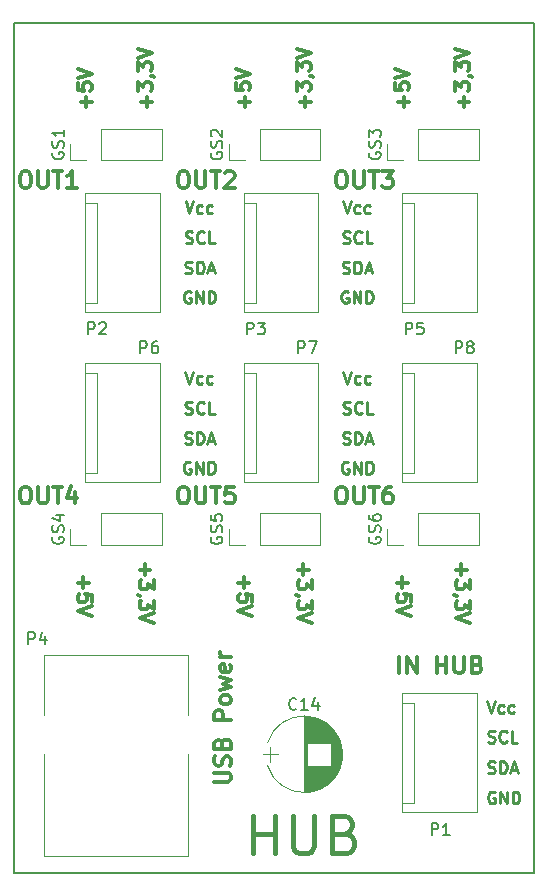
<source format=gbr>
G04 #@! TF.FileFunction,Legend,Top*
%FSLAX45Y45*%
G04 Gerber Fmt 4.5, Leading zero omitted, Abs format (unit mm)*
G04 Created by KiCad (PCBNEW 4.0.6) date 08/29/18 06:28:06*
%MOMM*%
%LPD*%
G01*
G04 APERTURE LIST*
%ADD10C,0.100000*%
%ADD11C,0.400000*%
%ADD12C,0.200000*%
%ADD13C,0.300000*%
%ADD14C,0.250000*%
%ADD15C,0.120000*%
%ADD16C,0.150000*%
G04 APERTURE END LIST*
D10*
D11*
X14778952Y-11925762D02*
X14778952Y-11605762D01*
X14778952Y-11758143D02*
X14961809Y-11758143D01*
X14961809Y-11925762D02*
X14961809Y-11605762D01*
X15114190Y-11605762D02*
X15114190Y-11864809D01*
X15129429Y-11895286D01*
X15144667Y-11910524D01*
X15175143Y-11925762D01*
X15236095Y-11925762D01*
X15266571Y-11910524D01*
X15281809Y-11895286D01*
X15297048Y-11864809D01*
X15297048Y-11605762D01*
X15556095Y-11758143D02*
X15601809Y-11773381D01*
X15617048Y-11788619D01*
X15632286Y-11819095D01*
X15632286Y-11864809D01*
X15617048Y-11895286D01*
X15601809Y-11910524D01*
X15571333Y-11925762D01*
X15449429Y-11925762D01*
X15449429Y-11605762D01*
X15556095Y-11605762D01*
X15586571Y-11621000D01*
X15601809Y-11636238D01*
X15617048Y-11666714D01*
X15617048Y-11697190D01*
X15601809Y-11727667D01*
X15586571Y-11742905D01*
X15556095Y-11758143D01*
X15449429Y-11758143D01*
D12*
X17160000Y-4892000D02*
X12757000Y-4892000D01*
X17160000Y-12096000D02*
X17160000Y-4892000D01*
X12757000Y-12096000D02*
X17160000Y-12096000D01*
X12757000Y-4892000D02*
X12757000Y-12096000D01*
D13*
X14452333Y-11322000D02*
X14565667Y-11322000D01*
X14579000Y-11315333D01*
X14585667Y-11308667D01*
X14592333Y-11295333D01*
X14592333Y-11268667D01*
X14585667Y-11255333D01*
X14579000Y-11248667D01*
X14565667Y-11242000D01*
X14452333Y-11242000D01*
X14585667Y-11182000D02*
X14592333Y-11162000D01*
X14592333Y-11128667D01*
X14585667Y-11115333D01*
X14579000Y-11108667D01*
X14565667Y-11102000D01*
X14552333Y-11102000D01*
X14539000Y-11108667D01*
X14532333Y-11115333D01*
X14525667Y-11128667D01*
X14519000Y-11155333D01*
X14512333Y-11168667D01*
X14505667Y-11175333D01*
X14492333Y-11182000D01*
X14479000Y-11182000D01*
X14465667Y-11175333D01*
X14459000Y-11168667D01*
X14452333Y-11155333D01*
X14452333Y-11122000D01*
X14459000Y-11102000D01*
X14519000Y-10995333D02*
X14525667Y-10975333D01*
X14532333Y-10968667D01*
X14545667Y-10962000D01*
X14565667Y-10962000D01*
X14579000Y-10968667D01*
X14585667Y-10975333D01*
X14592333Y-10988667D01*
X14592333Y-11042000D01*
X14452333Y-11042000D01*
X14452333Y-10995333D01*
X14459000Y-10982000D01*
X14465667Y-10975333D01*
X14479000Y-10968667D01*
X14492333Y-10968667D01*
X14505667Y-10975333D01*
X14512333Y-10982000D01*
X14519000Y-10995333D01*
X14519000Y-11042000D01*
X14592333Y-10795333D02*
X14452333Y-10795333D01*
X14452333Y-10742000D01*
X14459000Y-10728667D01*
X14465667Y-10722000D01*
X14479000Y-10715333D01*
X14499000Y-10715333D01*
X14512333Y-10722000D01*
X14519000Y-10728667D01*
X14525667Y-10742000D01*
X14525667Y-10795333D01*
X14592333Y-10635333D02*
X14585667Y-10648667D01*
X14579000Y-10655333D01*
X14565667Y-10662000D01*
X14525667Y-10662000D01*
X14512333Y-10655333D01*
X14505667Y-10648667D01*
X14499000Y-10635333D01*
X14499000Y-10615333D01*
X14505667Y-10602000D01*
X14512333Y-10595333D01*
X14525667Y-10588667D01*
X14565667Y-10588667D01*
X14579000Y-10595333D01*
X14585667Y-10602000D01*
X14592333Y-10615333D01*
X14592333Y-10635333D01*
X14499000Y-10542000D02*
X14592333Y-10515333D01*
X14525667Y-10488667D01*
X14592333Y-10462000D01*
X14499000Y-10435333D01*
X14585667Y-10328667D02*
X14592333Y-10342000D01*
X14592333Y-10368667D01*
X14585667Y-10382000D01*
X14572333Y-10388667D01*
X14519000Y-10388667D01*
X14505667Y-10382000D01*
X14499000Y-10368667D01*
X14499000Y-10342000D01*
X14505667Y-10328667D01*
X14519000Y-10322000D01*
X14532333Y-10322000D01*
X14545667Y-10388667D01*
X14592333Y-10262000D02*
X14499000Y-10262000D01*
X14525667Y-10262000D02*
X14512333Y-10255333D01*
X14505667Y-10248667D01*
X14499000Y-10235333D01*
X14499000Y-10222000D01*
D14*
X16825191Y-11407000D02*
X16815667Y-11402238D01*
X16801381Y-11402238D01*
X16787095Y-11407000D01*
X16777571Y-11416524D01*
X16772809Y-11426048D01*
X16768048Y-11445095D01*
X16768048Y-11459381D01*
X16772809Y-11478429D01*
X16777571Y-11487952D01*
X16787095Y-11497476D01*
X16801381Y-11502238D01*
X16810905Y-11502238D01*
X16825191Y-11497476D01*
X16829952Y-11492714D01*
X16829952Y-11459381D01*
X16810905Y-11459381D01*
X16872810Y-11502238D02*
X16872810Y-11402238D01*
X16929952Y-11502238D01*
X16929952Y-11402238D01*
X16977571Y-11502238D02*
X16977571Y-11402238D01*
X17001381Y-11402238D01*
X17015667Y-11407000D01*
X17025191Y-11416524D01*
X17029952Y-11426048D01*
X17034714Y-11445095D01*
X17034714Y-11459381D01*
X17029952Y-11478429D01*
X17025191Y-11487952D01*
X17015667Y-11497476D01*
X17001381Y-11502238D01*
X16977571Y-11502238D01*
X16769048Y-11241476D02*
X16783333Y-11246238D01*
X16807143Y-11246238D01*
X16816667Y-11241476D01*
X16821429Y-11236714D01*
X16826191Y-11227190D01*
X16826191Y-11217667D01*
X16821429Y-11208143D01*
X16816667Y-11203381D01*
X16807143Y-11198619D01*
X16788095Y-11193857D01*
X16778571Y-11189095D01*
X16773809Y-11184333D01*
X16769048Y-11174810D01*
X16769048Y-11165286D01*
X16773809Y-11155762D01*
X16778571Y-11151000D01*
X16788095Y-11146238D01*
X16811905Y-11146238D01*
X16826191Y-11151000D01*
X16869048Y-11246238D02*
X16869048Y-11146238D01*
X16892857Y-11146238D01*
X16907143Y-11151000D01*
X16916667Y-11160524D01*
X16921429Y-11170048D01*
X16926191Y-11189095D01*
X16926191Y-11203381D01*
X16921429Y-11222429D01*
X16916667Y-11231952D01*
X16907143Y-11241476D01*
X16892857Y-11246238D01*
X16869048Y-11246238D01*
X16964286Y-11217667D02*
X17011905Y-11217667D01*
X16954762Y-11246238D02*
X16988095Y-11146238D01*
X17021429Y-11246238D01*
X16769048Y-10982476D02*
X16783333Y-10987238D01*
X16807143Y-10987238D01*
X16816667Y-10982476D01*
X16821429Y-10977714D01*
X16826191Y-10968191D01*
X16826191Y-10958667D01*
X16821429Y-10949143D01*
X16816667Y-10944381D01*
X16807143Y-10939619D01*
X16788095Y-10934857D01*
X16778571Y-10930095D01*
X16773809Y-10925333D01*
X16769048Y-10915810D01*
X16769048Y-10906286D01*
X16773809Y-10896762D01*
X16778571Y-10892000D01*
X16788095Y-10887238D01*
X16811905Y-10887238D01*
X16826191Y-10892000D01*
X16926191Y-10977714D02*
X16921429Y-10982476D01*
X16907143Y-10987238D01*
X16897619Y-10987238D01*
X16883333Y-10982476D01*
X16873810Y-10972952D01*
X16869048Y-10963429D01*
X16864286Y-10944381D01*
X16864286Y-10930095D01*
X16869048Y-10911048D01*
X16873810Y-10901524D01*
X16883333Y-10892000D01*
X16897619Y-10887238D01*
X16907143Y-10887238D01*
X16921429Y-10892000D01*
X16926191Y-10896762D01*
X17016667Y-10987238D02*
X16969048Y-10987238D01*
X16969048Y-10887238D01*
X16759524Y-10636238D02*
X16792857Y-10736238D01*
X16826191Y-10636238D01*
X16902381Y-10731476D02*
X16892857Y-10736238D01*
X16873810Y-10736238D01*
X16864286Y-10731476D01*
X16859524Y-10726714D01*
X16854762Y-10717191D01*
X16854762Y-10688619D01*
X16859524Y-10679095D01*
X16864286Y-10674333D01*
X16873810Y-10669571D01*
X16892857Y-10669571D01*
X16902381Y-10674333D01*
X16988095Y-10731476D02*
X16978572Y-10736238D01*
X16959524Y-10736238D01*
X16950000Y-10731476D01*
X16945238Y-10726714D01*
X16940476Y-10717191D01*
X16940476Y-10688619D01*
X16945238Y-10679095D01*
X16950000Y-10674333D01*
X16959524Y-10669571D01*
X16978572Y-10669571D01*
X16988095Y-10674333D01*
D13*
X16016667Y-10400333D02*
X16016667Y-10260333D01*
X16083333Y-10400333D02*
X16083333Y-10260333D01*
X16163333Y-10400333D01*
X16163333Y-10260333D01*
X16336667Y-10400333D02*
X16336667Y-10260333D01*
X16336667Y-10327000D02*
X16416667Y-10327000D01*
X16416667Y-10400333D02*
X16416667Y-10260333D01*
X16483333Y-10260333D02*
X16483333Y-10373667D01*
X16490000Y-10387000D01*
X16496667Y-10393667D01*
X16510000Y-10400333D01*
X16536667Y-10400333D01*
X16550000Y-10393667D01*
X16556667Y-10387000D01*
X16563333Y-10373667D01*
X16563333Y-10260333D01*
X16676667Y-10327000D02*
X16696667Y-10333667D01*
X16703333Y-10340333D01*
X16710000Y-10353667D01*
X16710000Y-10373667D01*
X16703333Y-10387000D01*
X16696667Y-10393667D01*
X16683333Y-10400333D01*
X16630000Y-10400333D01*
X16630000Y-10260333D01*
X16676667Y-10260333D01*
X16690000Y-10267000D01*
X16696667Y-10273667D01*
X16703333Y-10287000D01*
X16703333Y-10300333D01*
X16696667Y-10313667D01*
X16690000Y-10320333D01*
X16676667Y-10327000D01*
X16630000Y-10327000D01*
X14175667Y-8823333D02*
X14202333Y-8823333D01*
X14215667Y-8830000D01*
X14229000Y-8843333D01*
X14235667Y-8870000D01*
X14235667Y-8916667D01*
X14229000Y-8943333D01*
X14215667Y-8956667D01*
X14202333Y-8963333D01*
X14175667Y-8963333D01*
X14162333Y-8956667D01*
X14149000Y-8943333D01*
X14142333Y-8916667D01*
X14142333Y-8870000D01*
X14149000Y-8843333D01*
X14162333Y-8830000D01*
X14175667Y-8823333D01*
X14295667Y-8823333D02*
X14295667Y-8936667D01*
X14302333Y-8950000D01*
X14309000Y-8956667D01*
X14322333Y-8963333D01*
X14349000Y-8963333D01*
X14362333Y-8956667D01*
X14369000Y-8950000D01*
X14375667Y-8936667D01*
X14375667Y-8823333D01*
X14422333Y-8823333D02*
X14502333Y-8823333D01*
X14462333Y-8963333D02*
X14462333Y-8823333D01*
X14615667Y-8823333D02*
X14549000Y-8823333D01*
X14542333Y-8890000D01*
X14549000Y-8883333D01*
X14562333Y-8876667D01*
X14595667Y-8876667D01*
X14609000Y-8883333D01*
X14615667Y-8890000D01*
X14622333Y-8903333D01*
X14622333Y-8936667D01*
X14615667Y-8950000D01*
X14609000Y-8956667D01*
X14595667Y-8963333D01*
X14562333Y-8963333D01*
X14549000Y-8956667D01*
X14542333Y-8950000D01*
X12838667Y-8823333D02*
X12865333Y-8823333D01*
X12878667Y-8830000D01*
X12892000Y-8843333D01*
X12898667Y-8870000D01*
X12898667Y-8916667D01*
X12892000Y-8943333D01*
X12878667Y-8956667D01*
X12865333Y-8963333D01*
X12838667Y-8963333D01*
X12825333Y-8956667D01*
X12812000Y-8943333D01*
X12805333Y-8916667D01*
X12805333Y-8870000D01*
X12812000Y-8843333D01*
X12825333Y-8830000D01*
X12838667Y-8823333D01*
X12958667Y-8823333D02*
X12958667Y-8936667D01*
X12965333Y-8950000D01*
X12972000Y-8956667D01*
X12985333Y-8963333D01*
X13012000Y-8963333D01*
X13025333Y-8956667D01*
X13032000Y-8950000D01*
X13038667Y-8936667D01*
X13038667Y-8823333D01*
X13085333Y-8823333D02*
X13165333Y-8823333D01*
X13125333Y-8963333D02*
X13125333Y-8823333D01*
X13272000Y-8870000D02*
X13272000Y-8963333D01*
X13238667Y-8816667D02*
X13205333Y-8916667D01*
X13292000Y-8916667D01*
X15514667Y-8823333D02*
X15541333Y-8823333D01*
X15554667Y-8830000D01*
X15568000Y-8843333D01*
X15574667Y-8870000D01*
X15574667Y-8916667D01*
X15568000Y-8943333D01*
X15554667Y-8956667D01*
X15541333Y-8963333D01*
X15514667Y-8963333D01*
X15501333Y-8956667D01*
X15488000Y-8943333D01*
X15481333Y-8916667D01*
X15481333Y-8870000D01*
X15488000Y-8843333D01*
X15501333Y-8830000D01*
X15514667Y-8823333D01*
X15634667Y-8823333D02*
X15634667Y-8936667D01*
X15641333Y-8950000D01*
X15648000Y-8956667D01*
X15661333Y-8963333D01*
X15688000Y-8963333D01*
X15701333Y-8956667D01*
X15708000Y-8950000D01*
X15714667Y-8936667D01*
X15714667Y-8823333D01*
X15761333Y-8823333D02*
X15841333Y-8823333D01*
X15801333Y-8963333D02*
X15801333Y-8823333D01*
X15948000Y-8823333D02*
X15921333Y-8823333D01*
X15908000Y-8830000D01*
X15901333Y-8836667D01*
X15888000Y-8856667D01*
X15881333Y-8883333D01*
X15881333Y-8936667D01*
X15888000Y-8950000D01*
X15894667Y-8956667D01*
X15908000Y-8963333D01*
X15934667Y-8963333D01*
X15948000Y-8956667D01*
X15954667Y-8950000D01*
X15961333Y-8936667D01*
X15961333Y-8903333D01*
X15954667Y-8890000D01*
X15948000Y-8883333D01*
X15934667Y-8876667D01*
X15908000Y-8876667D01*
X15894667Y-8883333D01*
X15888000Y-8890000D01*
X15881333Y-8903333D01*
X15514667Y-6151333D02*
X15541333Y-6151333D01*
X15554667Y-6158000D01*
X15568000Y-6171333D01*
X15574667Y-6198000D01*
X15574667Y-6244667D01*
X15568000Y-6271333D01*
X15554667Y-6284667D01*
X15541333Y-6291333D01*
X15514667Y-6291333D01*
X15501333Y-6284667D01*
X15488000Y-6271333D01*
X15481333Y-6244667D01*
X15481333Y-6198000D01*
X15488000Y-6171333D01*
X15501333Y-6158000D01*
X15514667Y-6151333D01*
X15634667Y-6151333D02*
X15634667Y-6264667D01*
X15641333Y-6278000D01*
X15648000Y-6284667D01*
X15661333Y-6291333D01*
X15688000Y-6291333D01*
X15701333Y-6284667D01*
X15708000Y-6278000D01*
X15714667Y-6264667D01*
X15714667Y-6151333D01*
X15761333Y-6151333D02*
X15841333Y-6151333D01*
X15801333Y-6291333D02*
X15801333Y-6151333D01*
X15874667Y-6151333D02*
X15961333Y-6151333D01*
X15914667Y-6204667D01*
X15934667Y-6204667D01*
X15948000Y-6211333D01*
X15954667Y-6218000D01*
X15961333Y-6231333D01*
X15961333Y-6264667D01*
X15954667Y-6278000D01*
X15948000Y-6284667D01*
X15934667Y-6291333D01*
X15894667Y-6291333D01*
X15881333Y-6284667D01*
X15874667Y-6278000D01*
X12838667Y-6152333D02*
X12865333Y-6152333D01*
X12878667Y-6159000D01*
X12892000Y-6172333D01*
X12898667Y-6199000D01*
X12898667Y-6245667D01*
X12892000Y-6272333D01*
X12878667Y-6285667D01*
X12865333Y-6292333D01*
X12838667Y-6292333D01*
X12825333Y-6285667D01*
X12812000Y-6272333D01*
X12805333Y-6245667D01*
X12805333Y-6199000D01*
X12812000Y-6172333D01*
X12825333Y-6159000D01*
X12838667Y-6152333D01*
X12958667Y-6152333D02*
X12958667Y-6265667D01*
X12965333Y-6279000D01*
X12972000Y-6285667D01*
X12985333Y-6292333D01*
X13012000Y-6292333D01*
X13025333Y-6285667D01*
X13032000Y-6279000D01*
X13038667Y-6265667D01*
X13038667Y-6152333D01*
X13085333Y-6152333D02*
X13165333Y-6152333D01*
X13125333Y-6292333D02*
X13125333Y-6152333D01*
X13285333Y-6292333D02*
X13205333Y-6292333D01*
X13245333Y-6292333D02*
X13245333Y-6152333D01*
X13232000Y-6172333D01*
X13218667Y-6185667D01*
X13205333Y-6192333D01*
X14175667Y-6151333D02*
X14202333Y-6151333D01*
X14215667Y-6158000D01*
X14229000Y-6171333D01*
X14235667Y-6198000D01*
X14235667Y-6244667D01*
X14229000Y-6271333D01*
X14215667Y-6284667D01*
X14202333Y-6291333D01*
X14175667Y-6291333D01*
X14162333Y-6284667D01*
X14149000Y-6271333D01*
X14142333Y-6244667D01*
X14142333Y-6198000D01*
X14149000Y-6171333D01*
X14162333Y-6158000D01*
X14175667Y-6151333D01*
X14295667Y-6151333D02*
X14295667Y-6264667D01*
X14302333Y-6278000D01*
X14309000Y-6284667D01*
X14322333Y-6291333D01*
X14349000Y-6291333D01*
X14362333Y-6284667D01*
X14369000Y-6278000D01*
X14375667Y-6264667D01*
X14375667Y-6151333D01*
X14422333Y-6151333D02*
X14502333Y-6151333D01*
X14462333Y-6291333D02*
X14462333Y-6151333D01*
X14542333Y-6164667D02*
X14549000Y-6158000D01*
X14562333Y-6151333D01*
X14595667Y-6151333D01*
X14609000Y-6158000D01*
X14615667Y-6164667D01*
X14622333Y-6178000D01*
X14622333Y-6191333D01*
X14615667Y-6211333D01*
X14535667Y-6291333D01*
X14622333Y-6291333D01*
D14*
X15586810Y-8615000D02*
X15577286Y-8610238D01*
X15563000Y-8610238D01*
X15548714Y-8615000D01*
X15539190Y-8624524D01*
X15534429Y-8634048D01*
X15529667Y-8653095D01*
X15529667Y-8667381D01*
X15534429Y-8686429D01*
X15539190Y-8695952D01*
X15548714Y-8705476D01*
X15563000Y-8710238D01*
X15572524Y-8710238D01*
X15586810Y-8705476D01*
X15591571Y-8700714D01*
X15591571Y-8667381D01*
X15572524Y-8667381D01*
X15634429Y-8710238D02*
X15634429Y-8610238D01*
X15691571Y-8710238D01*
X15691571Y-8610238D01*
X15739190Y-8710238D02*
X15739190Y-8610238D01*
X15763000Y-8610238D01*
X15777286Y-8615000D01*
X15786810Y-8624524D01*
X15791571Y-8634048D01*
X15796333Y-8653095D01*
X15796333Y-8667381D01*
X15791571Y-8686429D01*
X15786810Y-8695952D01*
X15777286Y-8705476D01*
X15763000Y-8710238D01*
X15739190Y-8710238D01*
X15541571Y-8454476D02*
X15555857Y-8459238D01*
X15579667Y-8459238D01*
X15589190Y-8454476D01*
X15593952Y-8449714D01*
X15598714Y-8440191D01*
X15598714Y-8430667D01*
X15593952Y-8421143D01*
X15589190Y-8416381D01*
X15579667Y-8411619D01*
X15560619Y-8406857D01*
X15551095Y-8402095D01*
X15546333Y-8397333D01*
X15541571Y-8387809D01*
X15541571Y-8378286D01*
X15546333Y-8368762D01*
X15551095Y-8364000D01*
X15560619Y-8359238D01*
X15584429Y-8359238D01*
X15598714Y-8364000D01*
X15641571Y-8459238D02*
X15641571Y-8359238D01*
X15665381Y-8359238D01*
X15679667Y-8364000D01*
X15689190Y-8373524D01*
X15693952Y-8383048D01*
X15698714Y-8402095D01*
X15698714Y-8416381D01*
X15693952Y-8435429D01*
X15689190Y-8444952D01*
X15679667Y-8454476D01*
X15665381Y-8459238D01*
X15641571Y-8459238D01*
X15736809Y-8430667D02*
X15784429Y-8430667D01*
X15727286Y-8459238D02*
X15760619Y-8359238D01*
X15793952Y-8459238D01*
X15543952Y-8198476D02*
X15558238Y-8203238D01*
X15582048Y-8203238D01*
X15591571Y-8198476D01*
X15596333Y-8193714D01*
X15601095Y-8184190D01*
X15601095Y-8174667D01*
X15596333Y-8165143D01*
X15591571Y-8160381D01*
X15582048Y-8155619D01*
X15563000Y-8150857D01*
X15553476Y-8146095D01*
X15548714Y-8141333D01*
X15543952Y-8131809D01*
X15543952Y-8122286D01*
X15548714Y-8112762D01*
X15553476Y-8108000D01*
X15563000Y-8103238D01*
X15586810Y-8103238D01*
X15601095Y-8108000D01*
X15701095Y-8193714D02*
X15696333Y-8198476D01*
X15682048Y-8203238D01*
X15672524Y-8203238D01*
X15658238Y-8198476D01*
X15648714Y-8188952D01*
X15643952Y-8179429D01*
X15639190Y-8160381D01*
X15639190Y-8146095D01*
X15643952Y-8127048D01*
X15648714Y-8117524D01*
X15658238Y-8108000D01*
X15672524Y-8103238D01*
X15682048Y-8103238D01*
X15696333Y-8108000D01*
X15701095Y-8112762D01*
X15791571Y-8203238D02*
X15743952Y-8203238D01*
X15743952Y-8103238D01*
X15543952Y-7849238D02*
X15577286Y-7949238D01*
X15610619Y-7849238D01*
X15686810Y-7944476D02*
X15677286Y-7949238D01*
X15658238Y-7949238D01*
X15648714Y-7944476D01*
X15643952Y-7939714D01*
X15639190Y-7930190D01*
X15639190Y-7901619D01*
X15643952Y-7892095D01*
X15648714Y-7887333D01*
X15658238Y-7882571D01*
X15677286Y-7882571D01*
X15686810Y-7887333D01*
X15772524Y-7944476D02*
X15763000Y-7949238D01*
X15743952Y-7949238D01*
X15734429Y-7944476D01*
X15729667Y-7939714D01*
X15724905Y-7930190D01*
X15724905Y-7901619D01*
X15729667Y-7892095D01*
X15734429Y-7887333D01*
X15743952Y-7882571D01*
X15763000Y-7882571D01*
X15772524Y-7887333D01*
X14205952Y-7849238D02*
X14239286Y-7949238D01*
X14272619Y-7849238D01*
X14348810Y-7944476D02*
X14339286Y-7949238D01*
X14320238Y-7949238D01*
X14310714Y-7944476D01*
X14305952Y-7939714D01*
X14301190Y-7930190D01*
X14301190Y-7901619D01*
X14305952Y-7892095D01*
X14310714Y-7887333D01*
X14320238Y-7882571D01*
X14339286Y-7882571D01*
X14348810Y-7887333D01*
X14434524Y-7944476D02*
X14425000Y-7949238D01*
X14405952Y-7949238D01*
X14396429Y-7944476D01*
X14391667Y-7939714D01*
X14386905Y-7930190D01*
X14386905Y-7901619D01*
X14391667Y-7892095D01*
X14396429Y-7887333D01*
X14405952Y-7882571D01*
X14425000Y-7882571D01*
X14434524Y-7887333D01*
X14205952Y-8198476D02*
X14220238Y-8203238D01*
X14244048Y-8203238D01*
X14253571Y-8198476D01*
X14258333Y-8193714D01*
X14263095Y-8184190D01*
X14263095Y-8174667D01*
X14258333Y-8165143D01*
X14253571Y-8160381D01*
X14244048Y-8155619D01*
X14225000Y-8150857D01*
X14215476Y-8146095D01*
X14210714Y-8141333D01*
X14205952Y-8131809D01*
X14205952Y-8122286D01*
X14210714Y-8112762D01*
X14215476Y-8108000D01*
X14225000Y-8103238D01*
X14248810Y-8103238D01*
X14263095Y-8108000D01*
X14363095Y-8193714D02*
X14358333Y-8198476D01*
X14344048Y-8203238D01*
X14334524Y-8203238D01*
X14320238Y-8198476D01*
X14310714Y-8188952D01*
X14305952Y-8179429D01*
X14301190Y-8160381D01*
X14301190Y-8146095D01*
X14305952Y-8127048D01*
X14310714Y-8117524D01*
X14320238Y-8108000D01*
X14334524Y-8103238D01*
X14344048Y-8103238D01*
X14358333Y-8108000D01*
X14363095Y-8112762D01*
X14453571Y-8203238D02*
X14405952Y-8203238D01*
X14405952Y-8103238D01*
X14203571Y-8454476D02*
X14217857Y-8459238D01*
X14241667Y-8459238D01*
X14251190Y-8454476D01*
X14255952Y-8449714D01*
X14260714Y-8440191D01*
X14260714Y-8430667D01*
X14255952Y-8421143D01*
X14251190Y-8416381D01*
X14241667Y-8411619D01*
X14222619Y-8406857D01*
X14213095Y-8402095D01*
X14208333Y-8397333D01*
X14203571Y-8387809D01*
X14203571Y-8378286D01*
X14208333Y-8368762D01*
X14213095Y-8364000D01*
X14222619Y-8359238D01*
X14246429Y-8359238D01*
X14260714Y-8364000D01*
X14303571Y-8459238D02*
X14303571Y-8359238D01*
X14327381Y-8359238D01*
X14341667Y-8364000D01*
X14351190Y-8373524D01*
X14355952Y-8383048D01*
X14360714Y-8402095D01*
X14360714Y-8416381D01*
X14355952Y-8435429D01*
X14351190Y-8444952D01*
X14341667Y-8454476D01*
X14327381Y-8459238D01*
X14303571Y-8459238D01*
X14398809Y-8430667D02*
X14446429Y-8430667D01*
X14389286Y-8459238D02*
X14422619Y-8359238D01*
X14455952Y-8459238D01*
X14248810Y-8615000D02*
X14239286Y-8610238D01*
X14225000Y-8610238D01*
X14210714Y-8615000D01*
X14201190Y-8624524D01*
X14196429Y-8634048D01*
X14191667Y-8653095D01*
X14191667Y-8667381D01*
X14196429Y-8686429D01*
X14201190Y-8695952D01*
X14210714Y-8705476D01*
X14225000Y-8710238D01*
X14234524Y-8710238D01*
X14248810Y-8705476D01*
X14253571Y-8700714D01*
X14253571Y-8667381D01*
X14234524Y-8667381D01*
X14296429Y-8710238D02*
X14296429Y-8610238D01*
X14353571Y-8710238D01*
X14353571Y-8610238D01*
X14401190Y-8710238D02*
X14401190Y-8610238D01*
X14425000Y-8610238D01*
X14439286Y-8615000D01*
X14448810Y-8624524D01*
X14453571Y-8634048D01*
X14458333Y-8653095D01*
X14458333Y-8667381D01*
X14453571Y-8686429D01*
X14448810Y-8695952D01*
X14439286Y-8705476D01*
X14425000Y-8710238D01*
X14401190Y-8710238D01*
X15539952Y-6405238D02*
X15573286Y-6505238D01*
X15606619Y-6405238D01*
X15682810Y-6500476D02*
X15673286Y-6505238D01*
X15654238Y-6505238D01*
X15644714Y-6500476D01*
X15639952Y-6495714D01*
X15635190Y-6486190D01*
X15635190Y-6457619D01*
X15639952Y-6448095D01*
X15644714Y-6443333D01*
X15654238Y-6438571D01*
X15673286Y-6438571D01*
X15682810Y-6443333D01*
X15768524Y-6500476D02*
X15759000Y-6505238D01*
X15739952Y-6505238D01*
X15730429Y-6500476D01*
X15725667Y-6495714D01*
X15720905Y-6486190D01*
X15720905Y-6457619D01*
X15725667Y-6448095D01*
X15730429Y-6443333D01*
X15739952Y-6438571D01*
X15759000Y-6438571D01*
X15768524Y-6443333D01*
X15539952Y-6754476D02*
X15554238Y-6759238D01*
X15578048Y-6759238D01*
X15587571Y-6754476D01*
X15592333Y-6749714D01*
X15597095Y-6740190D01*
X15597095Y-6730667D01*
X15592333Y-6721143D01*
X15587571Y-6716381D01*
X15578048Y-6711619D01*
X15559000Y-6706857D01*
X15549476Y-6702095D01*
X15544714Y-6697333D01*
X15539952Y-6687809D01*
X15539952Y-6678286D01*
X15544714Y-6668762D01*
X15549476Y-6664000D01*
X15559000Y-6659238D01*
X15582810Y-6659238D01*
X15597095Y-6664000D01*
X15697095Y-6749714D02*
X15692333Y-6754476D01*
X15678048Y-6759238D01*
X15668524Y-6759238D01*
X15654238Y-6754476D01*
X15644714Y-6744952D01*
X15639952Y-6735429D01*
X15635190Y-6716381D01*
X15635190Y-6702095D01*
X15639952Y-6683048D01*
X15644714Y-6673524D01*
X15654238Y-6664000D01*
X15668524Y-6659238D01*
X15678048Y-6659238D01*
X15692333Y-6664000D01*
X15697095Y-6668762D01*
X15787571Y-6759238D02*
X15739952Y-6759238D01*
X15739952Y-6659238D01*
X15537571Y-7010476D02*
X15551857Y-7015238D01*
X15575667Y-7015238D01*
X15585190Y-7010476D01*
X15589952Y-7005714D01*
X15594714Y-6996190D01*
X15594714Y-6986667D01*
X15589952Y-6977143D01*
X15585190Y-6972381D01*
X15575667Y-6967619D01*
X15556619Y-6962857D01*
X15547095Y-6958095D01*
X15542333Y-6953333D01*
X15537571Y-6943809D01*
X15537571Y-6934286D01*
X15542333Y-6924762D01*
X15547095Y-6920000D01*
X15556619Y-6915238D01*
X15580429Y-6915238D01*
X15594714Y-6920000D01*
X15637571Y-7015238D02*
X15637571Y-6915238D01*
X15661381Y-6915238D01*
X15675667Y-6920000D01*
X15685190Y-6929524D01*
X15689952Y-6939048D01*
X15694714Y-6958095D01*
X15694714Y-6972381D01*
X15689952Y-6991429D01*
X15685190Y-7000952D01*
X15675667Y-7010476D01*
X15661381Y-7015238D01*
X15637571Y-7015238D01*
X15732809Y-6986667D02*
X15780429Y-6986667D01*
X15723286Y-7015238D02*
X15756619Y-6915238D01*
X15789952Y-7015238D01*
X15582810Y-7171000D02*
X15573286Y-7166238D01*
X15559000Y-7166238D01*
X15544714Y-7171000D01*
X15535190Y-7180524D01*
X15530429Y-7190048D01*
X15525667Y-7209095D01*
X15525667Y-7223381D01*
X15530429Y-7242429D01*
X15535190Y-7251952D01*
X15544714Y-7261476D01*
X15559000Y-7266238D01*
X15568524Y-7266238D01*
X15582810Y-7261476D01*
X15587571Y-7256714D01*
X15587571Y-7223381D01*
X15568524Y-7223381D01*
X15630429Y-7266238D02*
X15630429Y-7166238D01*
X15687571Y-7266238D01*
X15687571Y-7166238D01*
X15735190Y-7266238D02*
X15735190Y-7166238D01*
X15759000Y-7166238D01*
X15773286Y-7171000D01*
X15782810Y-7180524D01*
X15787571Y-7190048D01*
X15792333Y-7209095D01*
X15792333Y-7223381D01*
X15787571Y-7242429D01*
X15782810Y-7251952D01*
X15773286Y-7261476D01*
X15759000Y-7266238D01*
X15735190Y-7266238D01*
X14249810Y-7171000D02*
X14240286Y-7166238D01*
X14226000Y-7166238D01*
X14211714Y-7171000D01*
X14202190Y-7180524D01*
X14197429Y-7190048D01*
X14192667Y-7209095D01*
X14192667Y-7223381D01*
X14197429Y-7242429D01*
X14202190Y-7251952D01*
X14211714Y-7261476D01*
X14226000Y-7266238D01*
X14235524Y-7266238D01*
X14249810Y-7261476D01*
X14254571Y-7256714D01*
X14254571Y-7223381D01*
X14235524Y-7223381D01*
X14297429Y-7266238D02*
X14297429Y-7166238D01*
X14354571Y-7266238D01*
X14354571Y-7166238D01*
X14402190Y-7266238D02*
X14402190Y-7166238D01*
X14426000Y-7166238D01*
X14440286Y-7171000D01*
X14449810Y-7180524D01*
X14454571Y-7190048D01*
X14459333Y-7209095D01*
X14459333Y-7223381D01*
X14454571Y-7242429D01*
X14449810Y-7251952D01*
X14440286Y-7261476D01*
X14426000Y-7266238D01*
X14402190Y-7266238D01*
X14204571Y-7010476D02*
X14218857Y-7015238D01*
X14242667Y-7015238D01*
X14252190Y-7010476D01*
X14256952Y-7005714D01*
X14261714Y-6996190D01*
X14261714Y-6986667D01*
X14256952Y-6977143D01*
X14252190Y-6972381D01*
X14242667Y-6967619D01*
X14223619Y-6962857D01*
X14214095Y-6958095D01*
X14209333Y-6953333D01*
X14204571Y-6943809D01*
X14204571Y-6934286D01*
X14209333Y-6924762D01*
X14214095Y-6920000D01*
X14223619Y-6915238D01*
X14247429Y-6915238D01*
X14261714Y-6920000D01*
X14304571Y-7015238D02*
X14304571Y-6915238D01*
X14328381Y-6915238D01*
X14342667Y-6920000D01*
X14352190Y-6929524D01*
X14356952Y-6939048D01*
X14361714Y-6958095D01*
X14361714Y-6972381D01*
X14356952Y-6991429D01*
X14352190Y-7000952D01*
X14342667Y-7010476D01*
X14328381Y-7015238D01*
X14304571Y-7015238D01*
X14399809Y-6986667D02*
X14447429Y-6986667D01*
X14390286Y-7015238D02*
X14423619Y-6915238D01*
X14456952Y-7015238D01*
X14206952Y-6754476D02*
X14221238Y-6759238D01*
X14245048Y-6759238D01*
X14254571Y-6754476D01*
X14259333Y-6749714D01*
X14264095Y-6740190D01*
X14264095Y-6730667D01*
X14259333Y-6721143D01*
X14254571Y-6716381D01*
X14245048Y-6711619D01*
X14226000Y-6706857D01*
X14216476Y-6702095D01*
X14211714Y-6697333D01*
X14206952Y-6687809D01*
X14206952Y-6678286D01*
X14211714Y-6668762D01*
X14216476Y-6664000D01*
X14226000Y-6659238D01*
X14249810Y-6659238D01*
X14264095Y-6664000D01*
X14364095Y-6749714D02*
X14359333Y-6754476D01*
X14345048Y-6759238D01*
X14335524Y-6759238D01*
X14321238Y-6754476D01*
X14311714Y-6744952D01*
X14306952Y-6735429D01*
X14302190Y-6716381D01*
X14302190Y-6702095D01*
X14306952Y-6683048D01*
X14311714Y-6673524D01*
X14321238Y-6664000D01*
X14335524Y-6659238D01*
X14345048Y-6659238D01*
X14359333Y-6664000D01*
X14364095Y-6668762D01*
X14454571Y-6759238D02*
X14406952Y-6759238D01*
X14406952Y-6659238D01*
X14206952Y-6405238D02*
X14240286Y-6505238D01*
X14273619Y-6405238D01*
X14349810Y-6500476D02*
X14340286Y-6505238D01*
X14321238Y-6505238D01*
X14311714Y-6500476D01*
X14306952Y-6495714D01*
X14302190Y-6486190D01*
X14302190Y-6457619D01*
X14306952Y-6448095D01*
X14311714Y-6443333D01*
X14321238Y-6438571D01*
X14340286Y-6438571D01*
X14349810Y-6443333D01*
X14435524Y-6500476D02*
X14426000Y-6505238D01*
X14406952Y-6505238D01*
X14397429Y-6500476D01*
X14392667Y-6495714D01*
X14387905Y-6486190D01*
X14387905Y-6457619D01*
X14392667Y-6448095D01*
X14397429Y-6443333D01*
X14406952Y-6438571D01*
X14426000Y-6438571D01*
X14435524Y-6443333D01*
D13*
X16542429Y-9477571D02*
X16542429Y-9569000D01*
X16496714Y-9523286D02*
X16588143Y-9523286D01*
X16616714Y-9614714D02*
X16616714Y-9689000D01*
X16571000Y-9649000D01*
X16571000Y-9666143D01*
X16565286Y-9677571D01*
X16559571Y-9683286D01*
X16548143Y-9689000D01*
X16519571Y-9689000D01*
X16508143Y-9683286D01*
X16502429Y-9677571D01*
X16496714Y-9666143D01*
X16496714Y-9631857D01*
X16502429Y-9620429D01*
X16508143Y-9614714D01*
X16502429Y-9746143D02*
X16496714Y-9746143D01*
X16485286Y-9740429D01*
X16479571Y-9734714D01*
X16616714Y-9786143D02*
X16616714Y-9860429D01*
X16571000Y-9820429D01*
X16571000Y-9837571D01*
X16565286Y-9849000D01*
X16559571Y-9854714D01*
X16548143Y-9860429D01*
X16519571Y-9860429D01*
X16508143Y-9854714D01*
X16502429Y-9849000D01*
X16496714Y-9837571D01*
X16496714Y-9803286D01*
X16502429Y-9791857D01*
X16508143Y-9786143D01*
X16616714Y-9894714D02*
X16496714Y-9934714D01*
X16616714Y-9974714D01*
X15204429Y-9477571D02*
X15204429Y-9569000D01*
X15158714Y-9523286D02*
X15250143Y-9523286D01*
X15278714Y-9614714D02*
X15278714Y-9689000D01*
X15233000Y-9649000D01*
X15233000Y-9666143D01*
X15227286Y-9677571D01*
X15221571Y-9683286D01*
X15210143Y-9689000D01*
X15181571Y-9689000D01*
X15170143Y-9683286D01*
X15164429Y-9677571D01*
X15158714Y-9666143D01*
X15158714Y-9631857D01*
X15164429Y-9620429D01*
X15170143Y-9614714D01*
X15164429Y-9746143D02*
X15158714Y-9746143D01*
X15147286Y-9740429D01*
X15141571Y-9734714D01*
X15278714Y-9786143D02*
X15278714Y-9860429D01*
X15233000Y-9820429D01*
X15233000Y-9837571D01*
X15227286Y-9849000D01*
X15221571Y-9854714D01*
X15210143Y-9860429D01*
X15181571Y-9860429D01*
X15170143Y-9854714D01*
X15164429Y-9849000D01*
X15158714Y-9837571D01*
X15158714Y-9803286D01*
X15164429Y-9791857D01*
X15170143Y-9786143D01*
X15278714Y-9894714D02*
X15158714Y-9934714D01*
X15278714Y-9974714D01*
X13863429Y-9477571D02*
X13863429Y-9569000D01*
X13817714Y-9523286D02*
X13909143Y-9523286D01*
X13937714Y-9614714D02*
X13937714Y-9689000D01*
X13892000Y-9649000D01*
X13892000Y-9666143D01*
X13886286Y-9677571D01*
X13880571Y-9683286D01*
X13869143Y-9689000D01*
X13840571Y-9689000D01*
X13829143Y-9683286D01*
X13823429Y-9677571D01*
X13817714Y-9666143D01*
X13817714Y-9631857D01*
X13823429Y-9620429D01*
X13829143Y-9614714D01*
X13823429Y-9746143D02*
X13817714Y-9746143D01*
X13806286Y-9740429D01*
X13800571Y-9734714D01*
X13937714Y-9786143D02*
X13937714Y-9860429D01*
X13892000Y-9820429D01*
X13892000Y-9837571D01*
X13886286Y-9849000D01*
X13880571Y-9854714D01*
X13869143Y-9860429D01*
X13840571Y-9860429D01*
X13829143Y-9854714D01*
X13823429Y-9849000D01*
X13817714Y-9837571D01*
X13817714Y-9803286D01*
X13823429Y-9791857D01*
X13829143Y-9786143D01*
X13937714Y-9894714D02*
X13817714Y-9934714D01*
X13937714Y-9974714D01*
X16043429Y-9587571D02*
X16043429Y-9679000D01*
X15997714Y-9633286D02*
X16089143Y-9633286D01*
X16117714Y-9793286D02*
X16117714Y-9736143D01*
X16060571Y-9730429D01*
X16066286Y-9736143D01*
X16072000Y-9747571D01*
X16072000Y-9776143D01*
X16066286Y-9787571D01*
X16060571Y-9793286D01*
X16049143Y-9799000D01*
X16020571Y-9799000D01*
X16009143Y-9793286D01*
X16003429Y-9787571D01*
X15997714Y-9776143D01*
X15997714Y-9747571D01*
X16003429Y-9736143D01*
X16009143Y-9730429D01*
X16117714Y-9833286D02*
X15997714Y-9873286D01*
X16117714Y-9913286D01*
X14698429Y-9588571D02*
X14698429Y-9680000D01*
X14652714Y-9634286D02*
X14744143Y-9634286D01*
X14772714Y-9794286D02*
X14772714Y-9737143D01*
X14715571Y-9731429D01*
X14721286Y-9737143D01*
X14727000Y-9748571D01*
X14727000Y-9777143D01*
X14721286Y-9788571D01*
X14715571Y-9794286D01*
X14704143Y-9800000D01*
X14675571Y-9800000D01*
X14664143Y-9794286D01*
X14658429Y-9788571D01*
X14652714Y-9777143D01*
X14652714Y-9748571D01*
X14658429Y-9737143D01*
X14664143Y-9731429D01*
X14772714Y-9834286D02*
X14652714Y-9874286D01*
X14772714Y-9914286D01*
X13341429Y-9588571D02*
X13341429Y-9680000D01*
X13295714Y-9634286D02*
X13387143Y-9634286D01*
X13415714Y-9794286D02*
X13415714Y-9737143D01*
X13358571Y-9731429D01*
X13364286Y-9737143D01*
X13370000Y-9748571D01*
X13370000Y-9777143D01*
X13364286Y-9788571D01*
X13358571Y-9794286D01*
X13347143Y-9800000D01*
X13318571Y-9800000D01*
X13307143Y-9794286D01*
X13301429Y-9788571D01*
X13295714Y-9777143D01*
X13295714Y-9748571D01*
X13301429Y-9737143D01*
X13307143Y-9731429D01*
X13415714Y-9834286D02*
X13295714Y-9874286D01*
X13415714Y-9914286D01*
X16565571Y-5609429D02*
X16565571Y-5518000D01*
X16611286Y-5563714D02*
X16519857Y-5563714D01*
X16491286Y-5472286D02*
X16491286Y-5398000D01*
X16537000Y-5438000D01*
X16537000Y-5420857D01*
X16542714Y-5409429D01*
X16548429Y-5403714D01*
X16559857Y-5398000D01*
X16588429Y-5398000D01*
X16599857Y-5403714D01*
X16605571Y-5409429D01*
X16611286Y-5420857D01*
X16611286Y-5455143D01*
X16605571Y-5466572D01*
X16599857Y-5472286D01*
X16605571Y-5340857D02*
X16611286Y-5340857D01*
X16622714Y-5346572D01*
X16628429Y-5352286D01*
X16491286Y-5300857D02*
X16491286Y-5226571D01*
X16537000Y-5266571D01*
X16537000Y-5249429D01*
X16542714Y-5238000D01*
X16548429Y-5232286D01*
X16559857Y-5226571D01*
X16588429Y-5226571D01*
X16599857Y-5232286D01*
X16605571Y-5238000D01*
X16611286Y-5249429D01*
X16611286Y-5283714D01*
X16605571Y-5295143D01*
X16599857Y-5300857D01*
X16491286Y-5192286D02*
X16611286Y-5152286D01*
X16491286Y-5112286D01*
X16054571Y-5609429D02*
X16054571Y-5518000D01*
X16100286Y-5563714D02*
X16008857Y-5563714D01*
X15980286Y-5403714D02*
X15980286Y-5460857D01*
X16037429Y-5466572D01*
X16031714Y-5460857D01*
X16026000Y-5449429D01*
X16026000Y-5420857D01*
X16031714Y-5409429D01*
X16037429Y-5403714D01*
X16048857Y-5398000D01*
X16077429Y-5398000D01*
X16088857Y-5403714D01*
X16094571Y-5409429D01*
X16100286Y-5420857D01*
X16100286Y-5449429D01*
X16094571Y-5460857D01*
X16088857Y-5466572D01*
X15980286Y-5363714D02*
X16100286Y-5323714D01*
X15980286Y-5283714D01*
X15221571Y-5609429D02*
X15221571Y-5518000D01*
X15267286Y-5563714D02*
X15175857Y-5563714D01*
X15147286Y-5472286D02*
X15147286Y-5398000D01*
X15193000Y-5438000D01*
X15193000Y-5420857D01*
X15198714Y-5409429D01*
X15204429Y-5403714D01*
X15215857Y-5398000D01*
X15244429Y-5398000D01*
X15255857Y-5403714D01*
X15261571Y-5409429D01*
X15267286Y-5420857D01*
X15267286Y-5455143D01*
X15261571Y-5466572D01*
X15255857Y-5472286D01*
X15261571Y-5340857D02*
X15267286Y-5340857D01*
X15278714Y-5346572D01*
X15284429Y-5352286D01*
X15147286Y-5300857D02*
X15147286Y-5226571D01*
X15193000Y-5266571D01*
X15193000Y-5249429D01*
X15198714Y-5238000D01*
X15204429Y-5232286D01*
X15215857Y-5226571D01*
X15244429Y-5226571D01*
X15255857Y-5232286D01*
X15261571Y-5238000D01*
X15267286Y-5249429D01*
X15267286Y-5283714D01*
X15261571Y-5295143D01*
X15255857Y-5300857D01*
X15147286Y-5192286D02*
X15267286Y-5152286D01*
X15147286Y-5112286D01*
X14707571Y-5609429D02*
X14707571Y-5518000D01*
X14753286Y-5563714D02*
X14661857Y-5563714D01*
X14633286Y-5403714D02*
X14633286Y-5460857D01*
X14690429Y-5466572D01*
X14684714Y-5460857D01*
X14679000Y-5449429D01*
X14679000Y-5420857D01*
X14684714Y-5409429D01*
X14690429Y-5403714D01*
X14701857Y-5398000D01*
X14730429Y-5398000D01*
X14741857Y-5403714D01*
X14747571Y-5409429D01*
X14753286Y-5420857D01*
X14753286Y-5449429D01*
X14747571Y-5460857D01*
X14741857Y-5466572D01*
X14633286Y-5363714D02*
X14753286Y-5323714D01*
X14633286Y-5283714D01*
X13878571Y-5610429D02*
X13878571Y-5519000D01*
X13924286Y-5564714D02*
X13832857Y-5564714D01*
X13804286Y-5473286D02*
X13804286Y-5399000D01*
X13850000Y-5439000D01*
X13850000Y-5421857D01*
X13855714Y-5410429D01*
X13861429Y-5404714D01*
X13872857Y-5399000D01*
X13901429Y-5399000D01*
X13912857Y-5404714D01*
X13918571Y-5410429D01*
X13924286Y-5421857D01*
X13924286Y-5456143D01*
X13918571Y-5467572D01*
X13912857Y-5473286D01*
X13918571Y-5341857D02*
X13924286Y-5341857D01*
X13935714Y-5347572D01*
X13941429Y-5353286D01*
X13804286Y-5301857D02*
X13804286Y-5227571D01*
X13850000Y-5267571D01*
X13850000Y-5250429D01*
X13855714Y-5239000D01*
X13861429Y-5233286D01*
X13872857Y-5227571D01*
X13901429Y-5227571D01*
X13912857Y-5233286D01*
X13918571Y-5239000D01*
X13924286Y-5250429D01*
X13924286Y-5284714D01*
X13918571Y-5296143D01*
X13912857Y-5301857D01*
X13804286Y-5193286D02*
X13924286Y-5153286D01*
X13804286Y-5113286D01*
X13367571Y-5610429D02*
X13367571Y-5519000D01*
X13413286Y-5564714D02*
X13321857Y-5564714D01*
X13293286Y-5404714D02*
X13293286Y-5461857D01*
X13350429Y-5467572D01*
X13344714Y-5461857D01*
X13339000Y-5450429D01*
X13339000Y-5421857D01*
X13344714Y-5410429D01*
X13350429Y-5404714D01*
X13361857Y-5399000D01*
X13390429Y-5399000D01*
X13401857Y-5404714D01*
X13407571Y-5410429D01*
X13413286Y-5421857D01*
X13413286Y-5450429D01*
X13407571Y-5461857D01*
X13401857Y-5467572D01*
X13293286Y-5364714D02*
X13413286Y-5324714D01*
X13293286Y-5284714D01*
D15*
X13007000Y-11081000D02*
X13007000Y-11945000D01*
X13007000Y-10243000D02*
X13007000Y-10751000D01*
X14227000Y-11081000D02*
X14227000Y-11945000D01*
X14227000Y-10243000D02*
X14227000Y-10751000D01*
X14227000Y-11945000D02*
X13007000Y-11945000D01*
X13007000Y-10243000D02*
X14227000Y-10243000D01*
X13492480Y-6056280D02*
X14006480Y-6056280D01*
X14006480Y-6056280D02*
X14006480Y-5790280D01*
X14006480Y-5790280D02*
X13492480Y-5790280D01*
X13492480Y-5790280D02*
X13492480Y-6056280D01*
X13365480Y-6056280D02*
X13232480Y-6056280D01*
X13232480Y-6056280D02*
X13232480Y-5923280D01*
X14833600Y-6056280D02*
X15347600Y-6056280D01*
X15347600Y-6056280D02*
X15347600Y-5790280D01*
X15347600Y-5790280D02*
X14833600Y-5790280D01*
X14833600Y-5790280D02*
X14833600Y-6056280D01*
X14706600Y-6056280D02*
X14573600Y-6056280D01*
X14573600Y-6056280D02*
X14573600Y-5923280D01*
X16174720Y-6056280D02*
X16688720Y-6056280D01*
X16688720Y-6056280D02*
X16688720Y-5790280D01*
X16688720Y-5790280D02*
X16174720Y-5790280D01*
X16174720Y-5790280D02*
X16174720Y-6056280D01*
X16047720Y-6056280D02*
X15914720Y-6056280D01*
X15914720Y-6056280D02*
X15914720Y-5923280D01*
X13492480Y-9312560D02*
X14006480Y-9312560D01*
X14006480Y-9312560D02*
X14006480Y-9046560D01*
X14006480Y-9046560D02*
X13492480Y-9046560D01*
X13492480Y-9046560D02*
X13492480Y-9312560D01*
X13365480Y-9312560D02*
X13232480Y-9312560D01*
X13232480Y-9312560D02*
X13232480Y-9179560D01*
X14833600Y-9312560D02*
X15347600Y-9312560D01*
X15347600Y-9312560D02*
X15347600Y-9046560D01*
X15347600Y-9046560D02*
X14833600Y-9046560D01*
X14833600Y-9046560D02*
X14833600Y-9312560D01*
X14706600Y-9312560D02*
X14573600Y-9312560D01*
X14573600Y-9312560D02*
X14573600Y-9179560D01*
X16174720Y-9312560D02*
X16688720Y-9312560D01*
X16688720Y-9312560D02*
X16688720Y-9046560D01*
X16688720Y-9046560D02*
X16174720Y-9046560D01*
X16174720Y-9046560D02*
X16174720Y-9312560D01*
X16047720Y-9312560D02*
X15914720Y-9312560D01*
X15914720Y-9312560D02*
X15914720Y-9179560D01*
X15519844Y-10988064D02*
G75*
G03X14902176Y-10988000I-308844J-97936D01*
G01*
X15519844Y-11183936D02*
G75*
G02X14902176Y-11184000I-308844J97936D01*
G01*
X15519844Y-11183936D02*
G75*
G03X15519824Y-10988000I-308844J97936D01*
G01*
X15211000Y-10766000D02*
X15211000Y-11406000D01*
X15215000Y-10766000D02*
X15215000Y-11406000D01*
X15219000Y-10766000D02*
X15219000Y-11406000D01*
X15223000Y-10766200D02*
X15223000Y-11405800D01*
X15227000Y-10766300D02*
X15227000Y-11405700D01*
X15231000Y-10766600D02*
X15231000Y-11405400D01*
X15235000Y-10766800D02*
X15235000Y-11405200D01*
X15239000Y-10767200D02*
X15239000Y-10988000D01*
X15239000Y-11184000D02*
X15239000Y-11404800D01*
X15243000Y-10767500D02*
X15243000Y-10988000D01*
X15243000Y-11184000D02*
X15243000Y-11404500D01*
X15247000Y-10768000D02*
X15247000Y-10988000D01*
X15247000Y-11184000D02*
X15247000Y-11404000D01*
X15251000Y-10768400D02*
X15251000Y-10988000D01*
X15251000Y-11184000D02*
X15251000Y-11403600D01*
X15255000Y-10769000D02*
X15255000Y-10988000D01*
X15255000Y-11184000D02*
X15255000Y-11403000D01*
X15259000Y-10769500D02*
X15259000Y-10988000D01*
X15259000Y-11184000D02*
X15259000Y-11402500D01*
X15263000Y-10770200D02*
X15263000Y-10988000D01*
X15263000Y-11184000D02*
X15263000Y-11401800D01*
X15267000Y-10770800D02*
X15267000Y-10988000D01*
X15267000Y-11184000D02*
X15267000Y-11401200D01*
X15271000Y-10771600D02*
X15271000Y-10988000D01*
X15271000Y-11184000D02*
X15271000Y-11400400D01*
X15275000Y-10772300D02*
X15275000Y-10988000D01*
X15275000Y-11184000D02*
X15275000Y-11399700D01*
X15279000Y-10773200D02*
X15279000Y-10988000D01*
X15279000Y-11184000D02*
X15279000Y-11398800D01*
X15283100Y-10774100D02*
X15283100Y-10988000D01*
X15283100Y-11184000D02*
X15283100Y-11397900D01*
X15287100Y-10775000D02*
X15287100Y-10988000D01*
X15287100Y-11184000D02*
X15287100Y-11397000D01*
X15291100Y-10776000D02*
X15291100Y-10988000D01*
X15291100Y-11184000D02*
X15291100Y-11396000D01*
X15295100Y-10777000D02*
X15295100Y-10988000D01*
X15295100Y-11184000D02*
X15295100Y-11395000D01*
X15299100Y-10778100D02*
X15299100Y-10988000D01*
X15299100Y-11184000D02*
X15299100Y-11393900D01*
X15303100Y-10779300D02*
X15303100Y-10988000D01*
X15303100Y-11184000D02*
X15303100Y-11392700D01*
X15307100Y-10780500D02*
X15307100Y-10988000D01*
X15307100Y-11184000D02*
X15307100Y-11391500D01*
X15311100Y-10781800D02*
X15311100Y-10988000D01*
X15311100Y-11184000D02*
X15311100Y-11390200D01*
X15315100Y-10783100D02*
X15315100Y-10988000D01*
X15315100Y-11184000D02*
X15315100Y-11388900D01*
X15319100Y-10784500D02*
X15319100Y-10988000D01*
X15319100Y-11184000D02*
X15319100Y-11387500D01*
X15323100Y-10785900D02*
X15323100Y-10988000D01*
X15323100Y-11184000D02*
X15323100Y-11386100D01*
X15327100Y-10787400D02*
X15327100Y-10988000D01*
X15327100Y-11184000D02*
X15327100Y-11384600D01*
X15331100Y-10789000D02*
X15331100Y-10988000D01*
X15331100Y-11184000D02*
X15331100Y-11383000D01*
X15335100Y-10790600D02*
X15335100Y-10988000D01*
X15335100Y-11184000D02*
X15335100Y-11381400D01*
X15339100Y-10792300D02*
X15339100Y-10988000D01*
X15339100Y-11184000D02*
X15339100Y-11379700D01*
X15343100Y-10794100D02*
X15343100Y-10988000D01*
X15343100Y-11184000D02*
X15343100Y-11377900D01*
X15347100Y-10795900D02*
X15347100Y-10988000D01*
X15347100Y-11184000D02*
X15347100Y-11376100D01*
X15351100Y-10797800D02*
X15351100Y-10988000D01*
X15351100Y-11184000D02*
X15351100Y-11374200D01*
X15355100Y-10799700D02*
X15355100Y-10988000D01*
X15355100Y-11184000D02*
X15355100Y-11372300D01*
X15359100Y-10801700D02*
X15359100Y-10988000D01*
X15359100Y-11184000D02*
X15359100Y-11370300D01*
X15363100Y-10803800D02*
X15363100Y-10988000D01*
X15363100Y-11184000D02*
X15363100Y-11368200D01*
X15367100Y-10806000D02*
X15367100Y-10988000D01*
X15367100Y-11184000D02*
X15367100Y-11366000D01*
X15371100Y-10808200D02*
X15371100Y-10988000D01*
X15371100Y-11184000D02*
X15371100Y-11363800D01*
X15375100Y-10810500D02*
X15375100Y-10988000D01*
X15375100Y-11184000D02*
X15375100Y-11361500D01*
X15379100Y-10812900D02*
X15379100Y-10988000D01*
X15379100Y-11184000D02*
X15379100Y-11359100D01*
X15383100Y-10815400D02*
X15383100Y-10988000D01*
X15383100Y-11184000D02*
X15383100Y-11356600D01*
X15387100Y-10817900D02*
X15387100Y-10988000D01*
X15387100Y-11184000D02*
X15387100Y-11354100D01*
X15391100Y-10820600D02*
X15391100Y-10988000D01*
X15391100Y-11184000D02*
X15391100Y-11351400D01*
X15395100Y-10823300D02*
X15395100Y-10988000D01*
X15395100Y-11184000D02*
X15395100Y-11348700D01*
X15399100Y-10826100D02*
X15399100Y-10988000D01*
X15399100Y-11184000D02*
X15399100Y-11345900D01*
X15403100Y-10829000D02*
X15403100Y-10988000D01*
X15403100Y-11184000D02*
X15403100Y-11343000D01*
X15407100Y-10832000D02*
X15407100Y-10988000D01*
X15407100Y-11184000D02*
X15407100Y-11340000D01*
X15411100Y-10835000D02*
X15411100Y-10988000D01*
X15411100Y-11184000D02*
X15411100Y-11337000D01*
X15415100Y-10838200D02*
X15415100Y-10988000D01*
X15415100Y-11184000D02*
X15415100Y-11333800D01*
X15419100Y-10841500D02*
X15419100Y-10988000D01*
X15419100Y-11184000D02*
X15419100Y-11330500D01*
X15423100Y-10844900D02*
X15423100Y-10988000D01*
X15423100Y-11184000D02*
X15423100Y-11327100D01*
X15427100Y-10848500D02*
X15427100Y-10988000D01*
X15427100Y-11184000D02*
X15427100Y-11323500D01*
X15431100Y-10852100D02*
X15431100Y-10988000D01*
X15431100Y-11184000D02*
X15431100Y-11319900D01*
X15435100Y-10855900D02*
X15435100Y-11316100D01*
X15439100Y-10859800D02*
X15439100Y-11312200D01*
X15443100Y-10863800D02*
X15443100Y-11308200D01*
X15447100Y-10868000D02*
X15447100Y-11304000D01*
X15451100Y-10872300D02*
X15451100Y-11299700D01*
X15455100Y-10876800D02*
X15455100Y-11295200D01*
X15459100Y-10881500D02*
X15459100Y-11290500D01*
X15463100Y-10886300D02*
X15463100Y-11285700D01*
X15467100Y-10891400D02*
X15467100Y-11280600D01*
X15471100Y-10896600D02*
X15471100Y-11275400D01*
X15475100Y-10902100D02*
X15475100Y-11269900D01*
X15479100Y-10907900D02*
X15479100Y-11264100D01*
X15483100Y-10913900D02*
X15483100Y-11258100D01*
X15487100Y-10920200D02*
X15487100Y-11251800D01*
X15491100Y-10926900D02*
X15491100Y-11245100D01*
X15495100Y-10934000D02*
X15495100Y-11238000D01*
X15499100Y-10941500D02*
X15499100Y-11230500D01*
X15503100Y-10949600D02*
X15503100Y-11222400D01*
X15507100Y-10958200D02*
X15507100Y-11213800D01*
X15511100Y-10967600D02*
X15511100Y-11204400D01*
X15515100Y-10977900D02*
X15515100Y-11194100D01*
X15519100Y-10989400D02*
X15519100Y-11182600D01*
X15523100Y-11002600D02*
X15523100Y-11169400D01*
X15527100Y-11018400D02*
X15527100Y-11153600D01*
X15531100Y-11039200D02*
X15531100Y-11132800D01*
X14866000Y-11086000D02*
X14986000Y-11086000D01*
X14926000Y-11021000D02*
X14926000Y-11151000D01*
X16621720Y-11574400D02*
X16671720Y-11574400D01*
X16621720Y-10564400D02*
X16671720Y-10564400D01*
X16041720Y-10651400D02*
X16141720Y-10651400D01*
X16141720Y-10651400D02*
X16141720Y-11498400D01*
X16141720Y-11498400D02*
X16041720Y-11498400D01*
X16041720Y-10564400D02*
X16621720Y-10564400D01*
X16041720Y-11574400D02*
X16621720Y-11574400D01*
X16671720Y-10564400D02*
X16671720Y-11574400D01*
X16041720Y-11574400D02*
X16041720Y-10564400D01*
X13939480Y-7342760D02*
X13989480Y-7342760D01*
X13939480Y-6332760D02*
X13989480Y-6332760D01*
X13359480Y-6419760D02*
X13459480Y-6419760D01*
X13459480Y-6419760D02*
X13459480Y-7266760D01*
X13459480Y-7266760D02*
X13359480Y-7266760D01*
X13359480Y-6332760D02*
X13939480Y-6332760D01*
X13359480Y-7342760D02*
X13939480Y-7342760D01*
X13989480Y-6332760D02*
X13989480Y-7342760D01*
X13359480Y-7342760D02*
X13359480Y-6332760D01*
X15280600Y-7342760D02*
X15330600Y-7342760D01*
X15280600Y-6332760D02*
X15330600Y-6332760D01*
X14700600Y-6419760D02*
X14800600Y-6419760D01*
X14800600Y-6419760D02*
X14800600Y-7266760D01*
X14800600Y-7266760D02*
X14700600Y-7266760D01*
X14700600Y-6332760D02*
X15280600Y-6332760D01*
X14700600Y-7342760D02*
X15280600Y-7342760D01*
X15330600Y-6332760D02*
X15330600Y-7342760D01*
X14700600Y-7342760D02*
X14700600Y-6332760D01*
X16621720Y-7342760D02*
X16671720Y-7342760D01*
X16621720Y-6332760D02*
X16671720Y-6332760D01*
X16041720Y-6419760D02*
X16141720Y-6419760D01*
X16141720Y-6419760D02*
X16141720Y-7266760D01*
X16141720Y-7266760D02*
X16041720Y-7266760D01*
X16041720Y-6332760D02*
X16621720Y-6332760D01*
X16041720Y-7342760D02*
X16621720Y-7342760D01*
X16671720Y-6332760D02*
X16671720Y-7342760D01*
X16041720Y-7342760D02*
X16041720Y-6332760D01*
X13939480Y-8785480D02*
X13989480Y-8785480D01*
X13939480Y-7775480D02*
X13989480Y-7775480D01*
X13359480Y-7862480D02*
X13459480Y-7862480D01*
X13459480Y-7862480D02*
X13459480Y-8709480D01*
X13459480Y-8709480D02*
X13359480Y-8709480D01*
X13359480Y-7775480D02*
X13939480Y-7775480D01*
X13359480Y-8785480D02*
X13939480Y-8785480D01*
X13989480Y-7775480D02*
X13989480Y-8785480D01*
X13359480Y-8785480D02*
X13359480Y-7775480D01*
X15280600Y-8785480D02*
X15330600Y-8785480D01*
X15280600Y-7775480D02*
X15330600Y-7775480D01*
X14700600Y-7862480D02*
X14800600Y-7862480D01*
X14800600Y-7862480D02*
X14800600Y-8709480D01*
X14800600Y-8709480D02*
X14700600Y-8709480D01*
X14700600Y-7775480D02*
X15280600Y-7775480D01*
X14700600Y-8785480D02*
X15280600Y-8785480D01*
X15330600Y-7775480D02*
X15330600Y-8785480D01*
X14700600Y-8785480D02*
X14700600Y-7775480D01*
X16621720Y-8785480D02*
X16671720Y-8785480D01*
X16621720Y-7775480D02*
X16671720Y-7775480D01*
X16041720Y-7862480D02*
X16141720Y-7862480D01*
X16141720Y-7862480D02*
X16141720Y-8709480D01*
X16141720Y-8709480D02*
X16041720Y-8709480D01*
X16041720Y-7775480D02*
X16621720Y-7775480D01*
X16041720Y-8785480D02*
X16621720Y-8785480D01*
X16671720Y-7775480D02*
X16671720Y-8785480D01*
X16041720Y-8785480D02*
X16041720Y-7775480D01*
D16*
X12876190Y-10154238D02*
X12876190Y-10054238D01*
X12914286Y-10054238D01*
X12923810Y-10059000D01*
X12928571Y-10063762D01*
X12933333Y-10073286D01*
X12933333Y-10087571D01*
X12928571Y-10097095D01*
X12923810Y-10101857D01*
X12914286Y-10106619D01*
X12876190Y-10106619D01*
X13019048Y-10087571D02*
X13019048Y-10154238D01*
X12995238Y-10049476D02*
X12971429Y-10120905D01*
X13033333Y-10120905D01*
X13082480Y-5992328D02*
X13077718Y-6001851D01*
X13077718Y-6016137D01*
X13082480Y-6030423D01*
X13092004Y-6039947D01*
X13101528Y-6044709D01*
X13120575Y-6049470D01*
X13134861Y-6049470D01*
X13153909Y-6044709D01*
X13163432Y-6039947D01*
X13172956Y-6030423D01*
X13177718Y-6016137D01*
X13177718Y-6006613D01*
X13172956Y-5992328D01*
X13168194Y-5987566D01*
X13134861Y-5987566D01*
X13134861Y-6006613D01*
X13172956Y-5949470D02*
X13177718Y-5935185D01*
X13177718Y-5911375D01*
X13172956Y-5901851D01*
X13168194Y-5897089D01*
X13158670Y-5892328D01*
X13149147Y-5892328D01*
X13139623Y-5897089D01*
X13134861Y-5901851D01*
X13130099Y-5911375D01*
X13125337Y-5930423D01*
X13120575Y-5939947D01*
X13115813Y-5944709D01*
X13106289Y-5949470D01*
X13096766Y-5949470D01*
X13087242Y-5944709D01*
X13082480Y-5939947D01*
X13077718Y-5930423D01*
X13077718Y-5906613D01*
X13082480Y-5892328D01*
X13177718Y-5797089D02*
X13177718Y-5854232D01*
X13177718Y-5825661D02*
X13077718Y-5825661D01*
X13092004Y-5835185D01*
X13101528Y-5844709D01*
X13106289Y-5854232D01*
X14423600Y-5992328D02*
X14418838Y-6001851D01*
X14418838Y-6016137D01*
X14423600Y-6030423D01*
X14433124Y-6039947D01*
X14442648Y-6044709D01*
X14461695Y-6049470D01*
X14475981Y-6049470D01*
X14495029Y-6044709D01*
X14504552Y-6039947D01*
X14514076Y-6030423D01*
X14518838Y-6016137D01*
X14518838Y-6006613D01*
X14514076Y-5992328D01*
X14509314Y-5987566D01*
X14475981Y-5987566D01*
X14475981Y-6006613D01*
X14514076Y-5949470D02*
X14518838Y-5935185D01*
X14518838Y-5911375D01*
X14514076Y-5901851D01*
X14509314Y-5897089D01*
X14499790Y-5892328D01*
X14490267Y-5892328D01*
X14480743Y-5897089D01*
X14475981Y-5901851D01*
X14471219Y-5911375D01*
X14466457Y-5930423D01*
X14461695Y-5939947D01*
X14456933Y-5944709D01*
X14447409Y-5949470D01*
X14437886Y-5949470D01*
X14428362Y-5944709D01*
X14423600Y-5939947D01*
X14418838Y-5930423D01*
X14418838Y-5906613D01*
X14423600Y-5892328D01*
X14428362Y-5854232D02*
X14423600Y-5849470D01*
X14418838Y-5839947D01*
X14418838Y-5816137D01*
X14423600Y-5806613D01*
X14428362Y-5801851D01*
X14437886Y-5797089D01*
X14447409Y-5797089D01*
X14461695Y-5801851D01*
X14518838Y-5858994D01*
X14518838Y-5797089D01*
X15764720Y-5992328D02*
X15759958Y-6001851D01*
X15759958Y-6016137D01*
X15764720Y-6030423D01*
X15774244Y-6039947D01*
X15783768Y-6044709D01*
X15802815Y-6049470D01*
X15817101Y-6049470D01*
X15836149Y-6044709D01*
X15845672Y-6039947D01*
X15855196Y-6030423D01*
X15859958Y-6016137D01*
X15859958Y-6006613D01*
X15855196Y-5992328D01*
X15850434Y-5987566D01*
X15817101Y-5987566D01*
X15817101Y-6006613D01*
X15855196Y-5949470D02*
X15859958Y-5935185D01*
X15859958Y-5911375D01*
X15855196Y-5901851D01*
X15850434Y-5897089D01*
X15840910Y-5892328D01*
X15831387Y-5892328D01*
X15821863Y-5897089D01*
X15817101Y-5901851D01*
X15812339Y-5911375D01*
X15807577Y-5930423D01*
X15802815Y-5939947D01*
X15798053Y-5944709D01*
X15788529Y-5949470D01*
X15779006Y-5949470D01*
X15769482Y-5944709D01*
X15764720Y-5939947D01*
X15759958Y-5930423D01*
X15759958Y-5906613D01*
X15764720Y-5892328D01*
X15759958Y-5858994D02*
X15759958Y-5797089D01*
X15798053Y-5830423D01*
X15798053Y-5816137D01*
X15802815Y-5806613D01*
X15807577Y-5801851D01*
X15817101Y-5797089D01*
X15840910Y-5797089D01*
X15850434Y-5801851D01*
X15855196Y-5806613D01*
X15859958Y-5816137D01*
X15859958Y-5844709D01*
X15855196Y-5854232D01*
X15850434Y-5858994D01*
X13082480Y-9248608D02*
X13077718Y-9258131D01*
X13077718Y-9272417D01*
X13082480Y-9286703D01*
X13092004Y-9296227D01*
X13101528Y-9300989D01*
X13120575Y-9305751D01*
X13134861Y-9305751D01*
X13153909Y-9300989D01*
X13163432Y-9296227D01*
X13172956Y-9286703D01*
X13177718Y-9272417D01*
X13177718Y-9262893D01*
X13172956Y-9248608D01*
X13168194Y-9243846D01*
X13134861Y-9243846D01*
X13134861Y-9262893D01*
X13172956Y-9205751D02*
X13177718Y-9191465D01*
X13177718Y-9167655D01*
X13172956Y-9158131D01*
X13168194Y-9153370D01*
X13158670Y-9148608D01*
X13149147Y-9148608D01*
X13139623Y-9153370D01*
X13134861Y-9158131D01*
X13130099Y-9167655D01*
X13125337Y-9186703D01*
X13120575Y-9196227D01*
X13115813Y-9200989D01*
X13106289Y-9205751D01*
X13096766Y-9205751D01*
X13087242Y-9200989D01*
X13082480Y-9196227D01*
X13077718Y-9186703D01*
X13077718Y-9162893D01*
X13082480Y-9148608D01*
X13111051Y-9062893D02*
X13177718Y-9062893D01*
X13072956Y-9086703D02*
X13144385Y-9110512D01*
X13144385Y-9048608D01*
X14423600Y-9248608D02*
X14418838Y-9258131D01*
X14418838Y-9272417D01*
X14423600Y-9286703D01*
X14433124Y-9296227D01*
X14442648Y-9300989D01*
X14461695Y-9305751D01*
X14475981Y-9305751D01*
X14495029Y-9300989D01*
X14504552Y-9296227D01*
X14514076Y-9286703D01*
X14518838Y-9272417D01*
X14518838Y-9262893D01*
X14514076Y-9248608D01*
X14509314Y-9243846D01*
X14475981Y-9243846D01*
X14475981Y-9262893D01*
X14514076Y-9205751D02*
X14518838Y-9191465D01*
X14518838Y-9167655D01*
X14514076Y-9158131D01*
X14509314Y-9153370D01*
X14499790Y-9148608D01*
X14490267Y-9148608D01*
X14480743Y-9153370D01*
X14475981Y-9158131D01*
X14471219Y-9167655D01*
X14466457Y-9186703D01*
X14461695Y-9196227D01*
X14456933Y-9200989D01*
X14447409Y-9205751D01*
X14437886Y-9205751D01*
X14428362Y-9200989D01*
X14423600Y-9196227D01*
X14418838Y-9186703D01*
X14418838Y-9162893D01*
X14423600Y-9148608D01*
X14418838Y-9058131D02*
X14418838Y-9105751D01*
X14466457Y-9110512D01*
X14461695Y-9105751D01*
X14456933Y-9096227D01*
X14456933Y-9072417D01*
X14461695Y-9062893D01*
X14466457Y-9058131D01*
X14475981Y-9053370D01*
X14499790Y-9053370D01*
X14509314Y-9058131D01*
X14514076Y-9062893D01*
X14518838Y-9072417D01*
X14518838Y-9096227D01*
X14514076Y-9105751D01*
X14509314Y-9110512D01*
X15764720Y-9248608D02*
X15759958Y-9258131D01*
X15759958Y-9272417D01*
X15764720Y-9286703D01*
X15774244Y-9296227D01*
X15783768Y-9300989D01*
X15802815Y-9305751D01*
X15817101Y-9305751D01*
X15836149Y-9300989D01*
X15845672Y-9296227D01*
X15855196Y-9286703D01*
X15859958Y-9272417D01*
X15859958Y-9262893D01*
X15855196Y-9248608D01*
X15850434Y-9243846D01*
X15817101Y-9243846D01*
X15817101Y-9262893D01*
X15855196Y-9205751D02*
X15859958Y-9191465D01*
X15859958Y-9167655D01*
X15855196Y-9158131D01*
X15850434Y-9153370D01*
X15840910Y-9148608D01*
X15831387Y-9148608D01*
X15821863Y-9153370D01*
X15817101Y-9158131D01*
X15812339Y-9167655D01*
X15807577Y-9186703D01*
X15802815Y-9196227D01*
X15798053Y-9200989D01*
X15788529Y-9205751D01*
X15779006Y-9205751D01*
X15769482Y-9200989D01*
X15764720Y-9196227D01*
X15759958Y-9186703D01*
X15759958Y-9162893D01*
X15764720Y-9148608D01*
X15759958Y-9062893D02*
X15759958Y-9081941D01*
X15764720Y-9091465D01*
X15769482Y-9096227D01*
X15783768Y-9105751D01*
X15802815Y-9110512D01*
X15840910Y-9110512D01*
X15850434Y-9105751D01*
X15855196Y-9100989D01*
X15859958Y-9091465D01*
X15859958Y-9072417D01*
X15855196Y-9062893D01*
X15850434Y-9058131D01*
X15840910Y-9053370D01*
X15817101Y-9053370D01*
X15807577Y-9058131D01*
X15802815Y-9062893D01*
X15798053Y-9072417D01*
X15798053Y-9091465D01*
X15802815Y-9100989D01*
X15807577Y-9105751D01*
X15817101Y-9110512D01*
X15146714Y-10700714D02*
X15141952Y-10705476D01*
X15127667Y-10710238D01*
X15118143Y-10710238D01*
X15103857Y-10705476D01*
X15094333Y-10695952D01*
X15089571Y-10686429D01*
X15084809Y-10667381D01*
X15084809Y-10653095D01*
X15089571Y-10634048D01*
X15094333Y-10624524D01*
X15103857Y-10615000D01*
X15118143Y-10610238D01*
X15127667Y-10610238D01*
X15141952Y-10615000D01*
X15146714Y-10619762D01*
X15241952Y-10710238D02*
X15184809Y-10710238D01*
X15213381Y-10710238D02*
X15213381Y-10610238D01*
X15203857Y-10624524D01*
X15194333Y-10634048D01*
X15184809Y-10638810D01*
X15327667Y-10643571D02*
X15327667Y-10710238D01*
X15303857Y-10605476D02*
X15280048Y-10676905D01*
X15341952Y-10676905D01*
X16290190Y-11771238D02*
X16290190Y-11671238D01*
X16328286Y-11671238D01*
X16337810Y-11676000D01*
X16342571Y-11680762D01*
X16347333Y-11690286D01*
X16347333Y-11704571D01*
X16342571Y-11714095D01*
X16337810Y-11718857D01*
X16328286Y-11723619D01*
X16290190Y-11723619D01*
X16442571Y-11771238D02*
X16385429Y-11771238D01*
X16414000Y-11771238D02*
X16414000Y-11671238D01*
X16404476Y-11685524D01*
X16394952Y-11695048D01*
X16385429Y-11699809D01*
X13383190Y-7530238D02*
X13383190Y-7430238D01*
X13421286Y-7430238D01*
X13430810Y-7435000D01*
X13435571Y-7439762D01*
X13440333Y-7449286D01*
X13440333Y-7463571D01*
X13435571Y-7473095D01*
X13430810Y-7477857D01*
X13421286Y-7482619D01*
X13383190Y-7482619D01*
X13478429Y-7439762D02*
X13483190Y-7435000D01*
X13492714Y-7430238D01*
X13516524Y-7430238D01*
X13526048Y-7435000D01*
X13530810Y-7439762D01*
X13535571Y-7449286D01*
X13535571Y-7458809D01*
X13530810Y-7473095D01*
X13473667Y-7530238D01*
X13535571Y-7530238D01*
X14727190Y-7531238D02*
X14727190Y-7431238D01*
X14765286Y-7431238D01*
X14774810Y-7436000D01*
X14779571Y-7440762D01*
X14784333Y-7450286D01*
X14784333Y-7464571D01*
X14779571Y-7474095D01*
X14774810Y-7478857D01*
X14765286Y-7483619D01*
X14727190Y-7483619D01*
X14817667Y-7431238D02*
X14879571Y-7431238D01*
X14846238Y-7469333D01*
X14860524Y-7469333D01*
X14870048Y-7474095D01*
X14874810Y-7478857D01*
X14879571Y-7488381D01*
X14879571Y-7512190D01*
X14874810Y-7521714D01*
X14870048Y-7526476D01*
X14860524Y-7531238D01*
X14831952Y-7531238D01*
X14822429Y-7526476D01*
X14817667Y-7521714D01*
X16070190Y-7531238D02*
X16070190Y-7431238D01*
X16108286Y-7431238D01*
X16117810Y-7436000D01*
X16122571Y-7440762D01*
X16127333Y-7450286D01*
X16127333Y-7464571D01*
X16122571Y-7474095D01*
X16117810Y-7478857D01*
X16108286Y-7483619D01*
X16070190Y-7483619D01*
X16217810Y-7431238D02*
X16170190Y-7431238D01*
X16165429Y-7478857D01*
X16170190Y-7474095D01*
X16179714Y-7469333D01*
X16203524Y-7469333D01*
X16213048Y-7474095D01*
X16217810Y-7478857D01*
X16222571Y-7488381D01*
X16222571Y-7512190D01*
X16217810Y-7521714D01*
X16213048Y-7526476D01*
X16203524Y-7531238D01*
X16179714Y-7531238D01*
X16170190Y-7526476D01*
X16165429Y-7521714D01*
X13824190Y-7691238D02*
X13824190Y-7591238D01*
X13862286Y-7591238D01*
X13871810Y-7596000D01*
X13876571Y-7600762D01*
X13881333Y-7610286D01*
X13881333Y-7624571D01*
X13876571Y-7634095D01*
X13871810Y-7638857D01*
X13862286Y-7643619D01*
X13824190Y-7643619D01*
X13967048Y-7591238D02*
X13948000Y-7591238D01*
X13938476Y-7596000D01*
X13933714Y-7600762D01*
X13924190Y-7615048D01*
X13919429Y-7634095D01*
X13919429Y-7672190D01*
X13924190Y-7681714D01*
X13928952Y-7686476D01*
X13938476Y-7691238D01*
X13957524Y-7691238D01*
X13967048Y-7686476D01*
X13971810Y-7681714D01*
X13976571Y-7672190D01*
X13976571Y-7648381D01*
X13971810Y-7638857D01*
X13967048Y-7634095D01*
X13957524Y-7629333D01*
X13938476Y-7629333D01*
X13928952Y-7634095D01*
X13924190Y-7638857D01*
X13919429Y-7648381D01*
X15161190Y-7691238D02*
X15161190Y-7591238D01*
X15199286Y-7591238D01*
X15208810Y-7596000D01*
X15213571Y-7600762D01*
X15218333Y-7610286D01*
X15218333Y-7624571D01*
X15213571Y-7634095D01*
X15208810Y-7638857D01*
X15199286Y-7643619D01*
X15161190Y-7643619D01*
X15251667Y-7591238D02*
X15318333Y-7591238D01*
X15275476Y-7691238D01*
X16493190Y-7691238D02*
X16493190Y-7591238D01*
X16531286Y-7591238D01*
X16540810Y-7596000D01*
X16545571Y-7600762D01*
X16550333Y-7610286D01*
X16550333Y-7624571D01*
X16545571Y-7634095D01*
X16540810Y-7638857D01*
X16531286Y-7643619D01*
X16493190Y-7643619D01*
X16607476Y-7634095D02*
X16597952Y-7629333D01*
X16593190Y-7624571D01*
X16588429Y-7615048D01*
X16588429Y-7610286D01*
X16593190Y-7600762D01*
X16597952Y-7596000D01*
X16607476Y-7591238D01*
X16626524Y-7591238D01*
X16636048Y-7596000D01*
X16640810Y-7600762D01*
X16645571Y-7610286D01*
X16645571Y-7615048D01*
X16640810Y-7624571D01*
X16636048Y-7629333D01*
X16626524Y-7634095D01*
X16607476Y-7634095D01*
X16597952Y-7638857D01*
X16593190Y-7643619D01*
X16588429Y-7653143D01*
X16588429Y-7672190D01*
X16593190Y-7681714D01*
X16597952Y-7686476D01*
X16607476Y-7691238D01*
X16626524Y-7691238D01*
X16636048Y-7686476D01*
X16640810Y-7681714D01*
X16645571Y-7672190D01*
X16645571Y-7653143D01*
X16640810Y-7643619D01*
X16636048Y-7638857D01*
X16626524Y-7634095D01*
M02*

</source>
